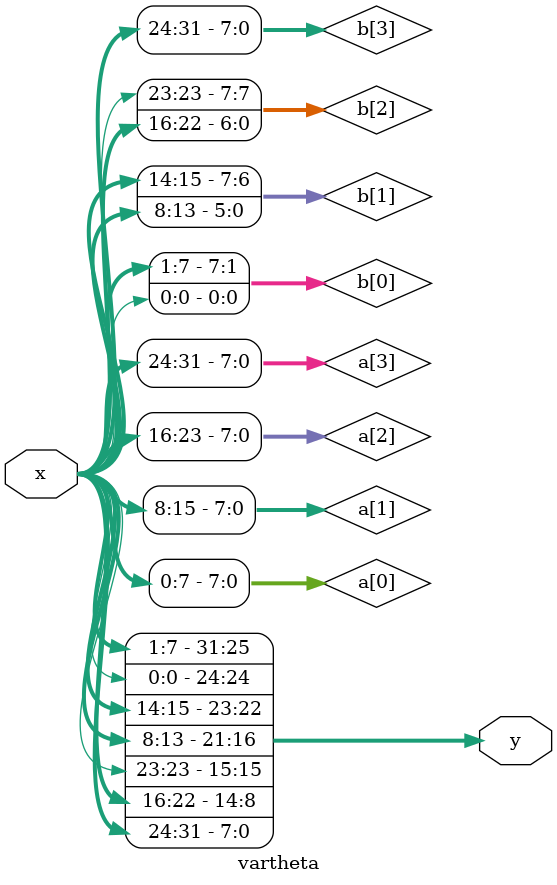
<source format=v>

module  vartheta( x, y);

parameter       BLOCK_SIZE = 64;
parameter       SIDE_SIZE = BLOCK_SIZE/2;       
parameter       COLUMN_SIZE  = SIDE_SIZE/4;     

parameter       PA  = 1;
parameter       PB  = 2;
parameter       PC  = 7;

input   [0:(SIDE_SIZE-1)]   x;
output  [0:(SIDE_SIZE-1)]   y;

wire    [0:(COLUMN_SIZE-1)]   a[0:3];
wire    [0:(COLUMN_SIZE-1)]   b[0:3];

assign  a[0] = x[(0*COLUMN_SIZE):(1*COLUMN_SIZE-1)];
assign  a[1] = x[(1*COLUMN_SIZE):(2*COLUMN_SIZE-1)];
assign  a[2] = x[(2*COLUMN_SIZE):(3*COLUMN_SIZE-1)];
assign  a[3] = x[(3*COLUMN_SIZE):(4*COLUMN_SIZE-1)];

assign b[3] = a[3];
assign b[2] = {a[2][(COLUMN_SIZE-PA):(COLUMN_SIZE-1)], a[2][0:(COLUMN_SIZE-1-PA)] };
assign b[1] = {a[1][(COLUMN_SIZE-PB):(COLUMN_SIZE-1)], a[1][0:(COLUMN_SIZE-1-PB)] };
assign b[0] = {a[0][(COLUMN_SIZE-PC):(COLUMN_SIZE-1)], a[0][0:(COLUMN_SIZE-1-PC)] };

assign y = {b[0], b[1], b[2], b[3]};

endmodule


</source>
